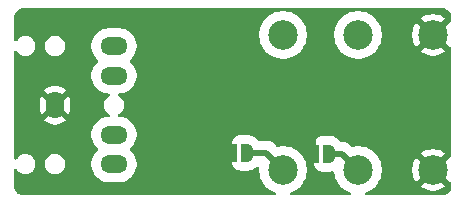
<source format=gbr>
%TF.GenerationSoftware,KiCad,Pcbnew,9.0.2*%
%TF.CreationDate,2025-08-14T21:49:20-07:00*%
%TF.ProjectId,natsys_conn1,6e617473-7973-45f6-936f-6e6e312e6b69,rev?*%
%TF.SameCoordinates,Original*%
%TF.FileFunction,Copper,L2,Bot*%
%TF.FilePolarity,Positive*%
%FSLAX46Y46*%
G04 Gerber Fmt 4.6, Leading zero omitted, Abs format (unit mm)*
G04 Created by KiCad (PCBNEW 9.0.2) date 2025-08-14 21:49:20*
%MOMM*%
%LPD*%
G01*
G04 APERTURE LIST*
G04 Aperture macros list*
%AMFreePoly0*
4,1,23,0.500000,-0.750000,0.000000,-0.750000,0.000000,-0.745722,-0.065263,-0.745722,-0.191342,-0.711940,-0.304381,-0.646677,-0.396677,-0.554381,-0.461940,-0.441342,-0.495722,-0.315263,-0.495722,-0.250000,-0.500000,-0.250000,-0.500000,0.250000,-0.495722,0.250000,-0.495722,0.315263,-0.461940,0.441342,-0.396677,0.554381,-0.304381,0.646677,-0.191342,0.711940,-0.065263,0.745722,0.000000,0.745722,
0.000000,0.750000,0.500000,0.750000,0.500000,-0.750000,0.500000,-0.750000,$1*%
%AMFreePoly1*
4,1,23,0.000000,0.745722,0.065263,0.745722,0.191342,0.711940,0.304381,0.646677,0.396677,0.554381,0.461940,0.441342,0.495722,0.315263,0.495722,0.250000,0.500000,0.250000,0.500000,-0.250000,0.495722,-0.250000,0.495722,-0.315263,0.461940,-0.441342,0.396677,-0.554381,0.304381,-0.646677,0.191342,-0.711940,0.065263,-0.745722,0.000000,-0.745722,0.000000,-0.750000,-0.500000,-0.750000,
-0.500000,0.750000,0.000000,0.750000,0.000000,0.745722,0.000000,0.745722,$1*%
G04 Aperture macros list end*
%TA.AperFunction,ComponentPad*%
%ADD10O,2.300000X1.500000*%
%TD*%
%TA.AperFunction,ComponentPad*%
%ADD11O,1.500000X2.300000*%
%TD*%
%TA.AperFunction,ComponentPad*%
%ADD12C,2.500000*%
%TD*%
%TA.AperFunction,SMDPad,CuDef*%
%ADD13FreePoly0,0.000000*%
%TD*%
%TA.AperFunction,SMDPad,CuDef*%
%ADD14FreePoly1,0.000000*%
%TD*%
%TA.AperFunction,ViaPad*%
%ADD15C,0.600000*%
%TD*%
%TA.AperFunction,Conductor*%
%ADD16C,0.508000*%
%TD*%
G04 APERTURE END LIST*
D10*
%TO.P,J2,10*%
%TO.N,N/C*%
X132811800Y-97623000D03*
%TO.P,J2,11*%
X132811800Y-92623000D03*
%TO.P,J2,R*%
%TO.N,RING1*%
X132811800Y-90123000D03*
D11*
%TO.P,J2,S*%
%TO.N,SLEEVE1*%
X127811800Y-95123000D03*
D10*
%TO.P,J2,T*%
%TO.N,TIP1*%
X132811800Y-100123000D03*
%TD*%
D12*
%TO.P,J3,R*%
%TO.N,RING1*%
X153466800Y-89179400D03*
%TO.P,J3,RN*%
%TO.N,Net-(J3-R)*%
X153466800Y-100609400D03*
%TO.P,J3,S*%
%TO.N,SLEEVE1*%
X159816800Y-89179400D03*
X159816800Y-100609400D03*
%TO.P,J3,T*%
%TO.N,TIP1*%
X147116800Y-89179400D03*
%TO.P,J3,TN*%
%TO.N,Net-(J3-T)*%
X147116800Y-100609400D03*
%TD*%
D13*
%TO.P,JP2,1,A*%
%TO.N,SLEEVE1*%
X149677600Y-99237800D03*
D14*
%TO.P,JP2,2,B*%
%TO.N,Net-(J3-R)*%
X150977600Y-99237800D03*
%TD*%
D13*
%TO.P,JP1,1,A*%
%TO.N,SLEEVE1*%
X142743400Y-99161600D03*
D14*
%TO.P,JP1,2,B*%
%TO.N,Net-(J3-T)*%
X144043400Y-99161600D03*
%TD*%
D15*
%TO.N,SLEEVE1*%
X149682200Y-97688400D03*
X141046200Y-99136200D03*
%TD*%
D16*
%TO.N,SLEEVE1*%
X149677600Y-99237800D02*
X149677600Y-97693000D01*
X141071600Y-99161600D02*
X141046200Y-99136200D01*
X142743400Y-99161600D02*
X141071600Y-99161600D01*
X149677600Y-97693000D02*
X149682200Y-97688400D01*
%TO.N,Net-(J3-R)*%
X152095200Y-99237800D02*
X153466800Y-100609400D01*
X150977600Y-99237800D02*
X152095200Y-99237800D01*
%TO.N,Net-(J3-T)*%
X144043400Y-99161600D02*
X145669000Y-99161600D01*
X145669000Y-99161600D02*
X147116800Y-100609400D01*
%TD*%
%TA.AperFunction,Conductor*%
%TO.N,SLEEVE1*%
G36*
X160610362Y-86911906D02*
G01*
X160741978Y-86924870D01*
X160766192Y-86929686D01*
X160886799Y-86966272D01*
X160909618Y-86975724D01*
X161020765Y-87035133D01*
X161041301Y-87048854D01*
X161138727Y-87128809D01*
X161156192Y-87146274D01*
X161236144Y-87243697D01*
X161249866Y-87264234D01*
X161309275Y-87375381D01*
X161318727Y-87398201D01*
X161355311Y-87518801D01*
X161360130Y-87543026D01*
X161373093Y-87674636D01*
X161373700Y-87686987D01*
X161373700Y-88006984D01*
X161353698Y-88075105D01*
X161300042Y-88121598D01*
X161239459Y-88132714D01*
X161218417Y-88131334D01*
X160494377Y-88855373D01*
X160481441Y-88824142D01*
X160399363Y-88701303D01*
X160294897Y-88596837D01*
X160172058Y-88514759D01*
X160140824Y-88501821D01*
X160864864Y-87777782D01*
X160864863Y-87777780D01*
X160791135Y-87721206D01*
X160592478Y-87606511D01*
X160592467Y-87606506D01*
X160380525Y-87518717D01*
X160380521Y-87518715D01*
X160158933Y-87459341D01*
X159931503Y-87429400D01*
X159702096Y-87429400D01*
X159474666Y-87459341D01*
X159253078Y-87518715D01*
X159253074Y-87518717D01*
X159041132Y-87606506D01*
X159041121Y-87606511D01*
X158842465Y-87721205D01*
X158768735Y-87777780D01*
X158768734Y-87777781D01*
X159492774Y-88501821D01*
X159461542Y-88514759D01*
X159338703Y-88596837D01*
X159234237Y-88701303D01*
X159152159Y-88824142D01*
X159139221Y-88855374D01*
X158415181Y-88131334D01*
X158415180Y-88131335D01*
X158358605Y-88205065D01*
X158243911Y-88403721D01*
X158243906Y-88403732D01*
X158156117Y-88615674D01*
X158156115Y-88615678D01*
X158096741Y-88837266D01*
X158066800Y-89064696D01*
X158066800Y-89294103D01*
X158096741Y-89521533D01*
X158156115Y-89743121D01*
X158156117Y-89743125D01*
X158243906Y-89955067D01*
X158243911Y-89955078D01*
X158358606Y-90153735D01*
X158415180Y-90227463D01*
X158415182Y-90227464D01*
X159139221Y-89503424D01*
X159152159Y-89534658D01*
X159234237Y-89657497D01*
X159338703Y-89761963D01*
X159461542Y-89844041D01*
X159492774Y-89856978D01*
X158768734Y-90581017D01*
X158768735Y-90581018D01*
X158842463Y-90637592D01*
X158842469Y-90637596D01*
X159041121Y-90752288D01*
X159041132Y-90752293D01*
X159253074Y-90840082D01*
X159253078Y-90840084D01*
X159474666Y-90899458D01*
X159702096Y-90929399D01*
X159702106Y-90929400D01*
X159931494Y-90929400D01*
X159931503Y-90929399D01*
X160158933Y-90899458D01*
X160380521Y-90840084D01*
X160380525Y-90840082D01*
X160592467Y-90752293D01*
X160592478Y-90752288D01*
X160791130Y-90637596D01*
X160791136Y-90637592D01*
X160864864Y-90581018D01*
X160864864Y-90581017D01*
X160140825Y-89856978D01*
X160172058Y-89844041D01*
X160294897Y-89761963D01*
X160399363Y-89657497D01*
X160481441Y-89534658D01*
X160494378Y-89503425D01*
X161218417Y-90227464D01*
X161239459Y-90226085D01*
X161308742Y-90241589D01*
X161358645Y-90292089D01*
X161373700Y-90351815D01*
X161373700Y-99436984D01*
X161353698Y-99505105D01*
X161300042Y-99551598D01*
X161239459Y-99562714D01*
X161218417Y-99561334D01*
X160494377Y-100285373D01*
X160481441Y-100254142D01*
X160399363Y-100131303D01*
X160294897Y-100026837D01*
X160172058Y-99944759D01*
X160140824Y-99931821D01*
X160864864Y-99207782D01*
X160864863Y-99207780D01*
X160791135Y-99151206D01*
X160592478Y-99036511D01*
X160592467Y-99036506D01*
X160380525Y-98948717D01*
X160380521Y-98948715D01*
X160158933Y-98889341D01*
X159931503Y-98859400D01*
X159702096Y-98859400D01*
X159474666Y-98889341D01*
X159253078Y-98948715D01*
X159253074Y-98948717D01*
X159041132Y-99036506D01*
X159041121Y-99036511D01*
X158842465Y-99151205D01*
X158768735Y-99207780D01*
X158768734Y-99207781D01*
X159492774Y-99931821D01*
X159461542Y-99944759D01*
X159338703Y-100026837D01*
X159234237Y-100131303D01*
X159152159Y-100254142D01*
X159139221Y-100285374D01*
X158415181Y-99561334D01*
X158415180Y-99561335D01*
X158358605Y-99635065D01*
X158243911Y-99833721D01*
X158243906Y-99833732D01*
X158156117Y-100045674D01*
X158156115Y-100045678D01*
X158096741Y-100267266D01*
X158066800Y-100494696D01*
X158066800Y-100724103D01*
X158096741Y-100951533D01*
X158156115Y-101173121D01*
X158156117Y-101173125D01*
X158243906Y-101385067D01*
X158243911Y-101385078D01*
X158358606Y-101583735D01*
X158415180Y-101657463D01*
X158415182Y-101657464D01*
X159139221Y-100933424D01*
X159152159Y-100964658D01*
X159234237Y-101087497D01*
X159338703Y-101191963D01*
X159461542Y-101274041D01*
X159492774Y-101286978D01*
X158768734Y-102011017D01*
X158768735Y-102011018D01*
X158842463Y-102067592D01*
X158842469Y-102067596D01*
X159041121Y-102182288D01*
X159041132Y-102182293D01*
X159253074Y-102270082D01*
X159253078Y-102270084D01*
X159474666Y-102329458D01*
X159702096Y-102359399D01*
X159702106Y-102359400D01*
X159931494Y-102359400D01*
X159931503Y-102359399D01*
X160158933Y-102329458D01*
X160380521Y-102270084D01*
X160380525Y-102270082D01*
X160592467Y-102182293D01*
X160592478Y-102182288D01*
X160791130Y-102067596D01*
X160791136Y-102067592D01*
X160864864Y-102011018D01*
X160864864Y-102011017D01*
X160140825Y-101286978D01*
X160172058Y-101274041D01*
X160294897Y-101191963D01*
X160399363Y-101087497D01*
X160481441Y-100964658D01*
X160494378Y-100933425D01*
X161218417Y-101657464D01*
X161239459Y-101656085D01*
X161252450Y-101658992D01*
X161265632Y-101657097D01*
X161286432Y-101666596D01*
X161308742Y-101671589D01*
X161318100Y-101681059D01*
X161330212Y-101686591D01*
X161342572Y-101705824D01*
X161358645Y-101722089D01*
X161362271Y-101736475D01*
X161368596Y-101746317D01*
X161373700Y-101781815D01*
X161373700Y-101974812D01*
X161373093Y-101987163D01*
X161360130Y-102118773D01*
X161355311Y-102142998D01*
X161318727Y-102263598D01*
X161309275Y-102286418D01*
X161249866Y-102397565D01*
X161236144Y-102418102D01*
X161156192Y-102515525D01*
X161138725Y-102532992D01*
X161041302Y-102612944D01*
X161020765Y-102626666D01*
X160909618Y-102686075D01*
X160886798Y-102695527D01*
X160766198Y-102732111D01*
X160741973Y-102736930D01*
X160646830Y-102746301D01*
X160610361Y-102749893D01*
X160598013Y-102750500D01*
X154190087Y-102750500D01*
X154121966Y-102730498D01*
X154075473Y-102676842D01*
X154065369Y-102606568D01*
X154094863Y-102541988D01*
X154141866Y-102508092D01*
X154358816Y-102418229D01*
X154587284Y-102286323D01*
X154796581Y-102125724D01*
X154983124Y-101939181D01*
X155143723Y-101729884D01*
X155275629Y-101501416D01*
X155376586Y-101257685D01*
X155444865Y-101002862D01*
X155479300Y-100741306D01*
X155479300Y-100477494D01*
X155444865Y-100215938D01*
X155376586Y-99961115D01*
X155275629Y-99717384D01*
X155275623Y-99717375D01*
X155275622Y-99717371D01*
X155143725Y-99488919D01*
X155123359Y-99462378D01*
X154983124Y-99279619D01*
X154983118Y-99279613D01*
X154983114Y-99279608D01*
X154796591Y-99093085D01*
X154796585Y-99093080D01*
X154796581Y-99093076D01*
X154587284Y-98932477D01*
X154587283Y-98932476D01*
X154587280Y-98932474D01*
X154358828Y-98800577D01*
X154358820Y-98800573D01*
X154358816Y-98800571D01*
X154115085Y-98699614D01*
X153860262Y-98631335D01*
X153860260Y-98631334D01*
X153860254Y-98631333D01*
X153598708Y-98596900D01*
X153598706Y-98596900D01*
X153334894Y-98596900D01*
X153334891Y-98596900D01*
X153073340Y-98631334D01*
X153073336Y-98631334D01*
X153027622Y-98643583D01*
X152956646Y-98641892D01*
X152905920Y-98610972D01*
X152743181Y-98448233D01*
X152576693Y-98336990D01*
X152460039Y-98288670D01*
X152391705Y-98260365D01*
X152391702Y-98260364D01*
X152195319Y-98221300D01*
X152195316Y-98221300D01*
X152047440Y-98221300D01*
X151979319Y-98201298D01*
X151948930Y-98173860D01*
X151920404Y-98138090D01*
X151920403Y-98138089D01*
X151879974Y-98097660D01*
X151827311Y-98044997D01*
X151806640Y-98025084D01*
X151806636Y-98025080D01*
X151668359Y-97923027D01*
X151668350Y-97923021D01*
X151603707Y-97885700D01*
X151554343Y-97857200D01*
X151529225Y-97843318D01*
X151500910Y-97832205D01*
X151369240Y-97780527D01*
X151292646Y-97760004D01*
X151242073Y-97746453D01*
X151224247Y-97742032D01*
X151214209Y-97739542D01*
X151043428Y-97720300D01*
X151043426Y-97720300D01*
X150477600Y-97720300D01*
X150477599Y-97720300D01*
X150452757Y-97723099D01*
X150306815Y-97739543D01*
X150306812Y-97739543D01*
X150306812Y-97739544D01*
X150144594Y-97796305D01*
X150047684Y-97857199D01*
X149999072Y-97887744D01*
X149999070Y-97887745D01*
X149999068Y-97887747D01*
X149999067Y-97887747D01*
X149877547Y-98009267D01*
X149877547Y-98009268D01*
X149877545Y-98009270D01*
X149877544Y-98009272D01*
X149847614Y-98056903D01*
X149786105Y-98154794D01*
X149729344Y-98317012D01*
X149729343Y-98317015D01*
X149710100Y-98487800D01*
X149710100Y-99987800D01*
X149729343Y-100158585D01*
X149729344Y-100158587D01*
X149786105Y-100320805D01*
X149807217Y-100354404D01*
X149877544Y-100466328D01*
X149877547Y-100466331D01*
X149877547Y-100466332D01*
X149999067Y-100587852D01*
X149999069Y-100587853D01*
X149999072Y-100587856D01*
X150144594Y-100679294D01*
X150306815Y-100736057D01*
X150459841Y-100753299D01*
X150477599Y-100755300D01*
X150477600Y-100755300D01*
X151043425Y-100755300D01*
X151043426Y-100755300D01*
X151072128Y-100754763D01*
X151242073Y-100729147D01*
X151306744Y-100711818D01*
X151377716Y-100713506D01*
X151436513Y-100753299D01*
X151464275Y-100817077D01*
X151488733Y-101002855D01*
X151488735Y-101002862D01*
X151557014Y-101257685D01*
X151657971Y-101501416D01*
X151657972Y-101501417D01*
X151657977Y-101501428D01*
X151789874Y-101729880D01*
X151789876Y-101729883D01*
X151789877Y-101729884D01*
X151950476Y-101939181D01*
X151950480Y-101939185D01*
X151950485Y-101939191D01*
X152137008Y-102125714D01*
X152137013Y-102125718D01*
X152137019Y-102125724D01*
X152325153Y-102270084D01*
X152346319Y-102286325D01*
X152574771Y-102418222D01*
X152574775Y-102418223D01*
X152574784Y-102418229D01*
X152791732Y-102508092D01*
X152847012Y-102552639D01*
X152869433Y-102620003D01*
X152851875Y-102688794D01*
X152799913Y-102737172D01*
X152743513Y-102750500D01*
X147840087Y-102750500D01*
X147771966Y-102730498D01*
X147725473Y-102676842D01*
X147715369Y-102606568D01*
X147744863Y-102541988D01*
X147791866Y-102508092D01*
X148008816Y-102418229D01*
X148237284Y-102286323D01*
X148446581Y-102125724D01*
X148633124Y-101939181D01*
X148793723Y-101729884D01*
X148925629Y-101501416D01*
X149026586Y-101257685D01*
X149094865Y-101002862D01*
X149129300Y-100741306D01*
X149129300Y-100477494D01*
X149094865Y-100215938D01*
X149026586Y-99961115D01*
X148925629Y-99717384D01*
X148925623Y-99717375D01*
X148925622Y-99717371D01*
X148793725Y-99488919D01*
X148793723Y-99488916D01*
X148633124Y-99279619D01*
X148633118Y-99279613D01*
X148633114Y-99279608D01*
X148446591Y-99093085D01*
X148446585Y-99093080D01*
X148446581Y-99093076D01*
X148237284Y-98932477D01*
X148237283Y-98932476D01*
X148237280Y-98932474D01*
X148008828Y-98800577D01*
X148008820Y-98800573D01*
X148008816Y-98800571D01*
X147765085Y-98699614D01*
X147510262Y-98631335D01*
X147510260Y-98631334D01*
X147510254Y-98631333D01*
X147248708Y-98596900D01*
X147248706Y-98596900D01*
X146984894Y-98596900D01*
X146984891Y-98596900D01*
X146723340Y-98631334D01*
X146723336Y-98631334D01*
X146677622Y-98643583D01*
X146606646Y-98641892D01*
X146555920Y-98610972D01*
X146316981Y-98372033D01*
X146150493Y-98260790D01*
X146006867Y-98201298D01*
X145965505Y-98184165D01*
X145965502Y-98184164D01*
X145769119Y-98145100D01*
X145769116Y-98145100D01*
X145113240Y-98145100D01*
X145045119Y-98125098D01*
X145014730Y-98097660D01*
X144986204Y-98061890D01*
X144986203Y-98061889D01*
X144949394Y-98025080D01*
X144893111Y-97968797D01*
X144872440Y-97948884D01*
X144872436Y-97948880D01*
X144734159Y-97846827D01*
X144734150Y-97846821D01*
X144669507Y-97809500D01*
X144620143Y-97781000D01*
X144595025Y-97767118D01*
X144531118Y-97742036D01*
X144435040Y-97704327D01*
X144358446Y-97683804D01*
X144307873Y-97670253D01*
X144291121Y-97666098D01*
X144280009Y-97663342D01*
X144109228Y-97644100D01*
X144109226Y-97644100D01*
X143543400Y-97644100D01*
X143543399Y-97644100D01*
X143518557Y-97646899D01*
X143372615Y-97663343D01*
X143372612Y-97663343D01*
X143372612Y-97663344D01*
X143210394Y-97720105D01*
X143114235Y-97780527D01*
X143064872Y-97811544D01*
X143064870Y-97811545D01*
X143064868Y-97811547D01*
X143064867Y-97811547D01*
X142943347Y-97933067D01*
X142943347Y-97933068D01*
X142943345Y-97933070D01*
X142943344Y-97933072D01*
X142915630Y-97977178D01*
X142851905Y-98078594D01*
X142795144Y-98240812D01*
X142795143Y-98240815D01*
X142775900Y-98411600D01*
X142775900Y-99911600D01*
X142795143Y-100082385D01*
X142795144Y-100082387D01*
X142851905Y-100244605D01*
X142866144Y-100267266D01*
X142943344Y-100390128D01*
X142943347Y-100390131D01*
X142943347Y-100390132D01*
X143064867Y-100511652D01*
X143064869Y-100511653D01*
X143064872Y-100511656D01*
X143210394Y-100603094D01*
X143372615Y-100659857D01*
X143531820Y-100677795D01*
X143543399Y-100679100D01*
X143543400Y-100679100D01*
X144109225Y-100679100D01*
X144109226Y-100679100D01*
X144137928Y-100678563D01*
X144307873Y-100652947D01*
X144435040Y-100618872D01*
X144462618Y-100610927D01*
X144620143Y-100542200D01*
X144734157Y-100476374D01*
X144758742Y-100461560D01*
X144893111Y-100354403D01*
X144893118Y-100354395D01*
X144895751Y-100352044D01*
X144896469Y-100352848D01*
X144954794Y-100320981D01*
X145025611Y-100326027D01*
X145082458Y-100368559D01*
X145107287Y-100435072D01*
X145106532Y-100460538D01*
X145104300Y-100477486D01*
X145104300Y-100741308D01*
X145138733Y-101002854D01*
X145138734Y-101002860D01*
X145138735Y-101002862D01*
X145207014Y-101257685D01*
X145307971Y-101501416D01*
X145307972Y-101501417D01*
X145307977Y-101501428D01*
X145439874Y-101729880D01*
X145439876Y-101729883D01*
X145439877Y-101729884D01*
X145600476Y-101939181D01*
X145600480Y-101939185D01*
X145600485Y-101939191D01*
X145787008Y-102125714D01*
X145787013Y-102125718D01*
X145787019Y-102125724D01*
X145975153Y-102270084D01*
X145996319Y-102286325D01*
X146224771Y-102418222D01*
X146224775Y-102418223D01*
X146224784Y-102418229D01*
X146441732Y-102508092D01*
X146497012Y-102552639D01*
X146519433Y-102620003D01*
X146501875Y-102688794D01*
X146449913Y-102737172D01*
X146393513Y-102750500D01*
X125126587Y-102750500D01*
X125114238Y-102749893D01*
X125066053Y-102745147D01*
X124982626Y-102736930D01*
X124958401Y-102732111D01*
X124837801Y-102695527D01*
X124814981Y-102686075D01*
X124703834Y-102626666D01*
X124683297Y-102612944D01*
X124585874Y-102532992D01*
X124568407Y-102515525D01*
X124562306Y-102508091D01*
X124488454Y-102418101D01*
X124474733Y-102397565D01*
X124454333Y-102359400D01*
X124415323Y-102286416D01*
X124405872Y-102263598D01*
X124369286Y-102142992D01*
X124364470Y-102118778D01*
X124351507Y-101987162D01*
X124350900Y-101974812D01*
X124350900Y-100631136D01*
X124370902Y-100563015D01*
X124424558Y-100516522D01*
X124494832Y-100506418D01*
X124559412Y-100535912D01*
X124581662Y-100561131D01*
X124613914Y-100609398D01*
X124651173Y-100665161D01*
X124651178Y-100665167D01*
X124769632Y-100783621D01*
X124769638Y-100783626D01*
X124908937Y-100876703D01*
X125063718Y-100940816D01*
X125228033Y-100973500D01*
X125228034Y-100973500D01*
X125395566Y-100973500D01*
X125395567Y-100973500D01*
X125559882Y-100940816D01*
X125714663Y-100876703D01*
X125853962Y-100783626D01*
X125972426Y-100665162D01*
X126065503Y-100525863D01*
X126129616Y-100371082D01*
X126162300Y-100206767D01*
X126162300Y-100039233D01*
X126162299Y-100039230D01*
X126961300Y-100039230D01*
X126961300Y-100206769D01*
X126970723Y-100254142D01*
X126993984Y-100371082D01*
X127058097Y-100525863D01*
X127082921Y-100563015D01*
X127151173Y-100665161D01*
X127151178Y-100665167D01*
X127269632Y-100783621D01*
X127269638Y-100783626D01*
X127408937Y-100876703D01*
X127563718Y-100940816D01*
X127728033Y-100973500D01*
X127728034Y-100973500D01*
X127895566Y-100973500D01*
X127895567Y-100973500D01*
X128059882Y-100940816D01*
X128214663Y-100876703D01*
X128353962Y-100783626D01*
X128472426Y-100665162D01*
X128565503Y-100525863D01*
X128629616Y-100371082D01*
X128662300Y-100206767D01*
X128662300Y-100039233D01*
X128629616Y-99874918D01*
X128565503Y-99720137D01*
X128472426Y-99580838D01*
X128472421Y-99580832D01*
X128353967Y-99462378D01*
X128353961Y-99462373D01*
X128214664Y-99369298D01*
X128214665Y-99369298D01*
X128214663Y-99369297D01*
X128105220Y-99323964D01*
X128059885Y-99305185D01*
X128059883Y-99305184D01*
X128059882Y-99305184D01*
X127977168Y-99288731D01*
X127895569Y-99272500D01*
X127895567Y-99272500D01*
X127728033Y-99272500D01*
X127728030Y-99272500D01*
X127605630Y-99296847D01*
X127563718Y-99305184D01*
X127563717Y-99305184D01*
X127563714Y-99305185D01*
X127408935Y-99369298D01*
X127269638Y-99462373D01*
X127269632Y-99462378D01*
X127151178Y-99580832D01*
X127151173Y-99580838D01*
X127058098Y-99720135D01*
X126993985Y-99874914D01*
X126961300Y-100039230D01*
X126162299Y-100039230D01*
X126129616Y-99874918D01*
X126065503Y-99720137D01*
X125972426Y-99580838D01*
X125972421Y-99580832D01*
X125853967Y-99462378D01*
X125853961Y-99462373D01*
X125714664Y-99369298D01*
X125714665Y-99369298D01*
X125714663Y-99369297D01*
X125605220Y-99323964D01*
X125559885Y-99305185D01*
X125559883Y-99305184D01*
X125559882Y-99305184D01*
X125477168Y-99288731D01*
X125395569Y-99272500D01*
X125395567Y-99272500D01*
X125228033Y-99272500D01*
X125228030Y-99272500D01*
X125105630Y-99296847D01*
X125063718Y-99305184D01*
X125063717Y-99305184D01*
X125063714Y-99305185D01*
X124908935Y-99369298D01*
X124769638Y-99462373D01*
X124769632Y-99462378D01*
X124651178Y-99580832D01*
X124651173Y-99580838D01*
X124581665Y-99684865D01*
X124527188Y-99730393D01*
X124456745Y-99739241D01*
X124392701Y-99708599D01*
X124355389Y-99648198D01*
X124350900Y-99614863D01*
X124350900Y-94624626D01*
X126561800Y-94624626D01*
X126561800Y-95621373D01*
X126592580Y-95815714D01*
X126634994Y-95946251D01*
X126634995Y-95946251D01*
X127411800Y-95169446D01*
X127411800Y-95525661D01*
X127439059Y-95627394D01*
X127491720Y-95718606D01*
X127530732Y-95757618D01*
X126904693Y-96383658D01*
X126904693Y-96383660D01*
X126997473Y-96476440D01*
X127156659Y-96592097D01*
X127331965Y-96681419D01*
X127519087Y-96742219D01*
X127713426Y-96773000D01*
X127910174Y-96773000D01*
X128104512Y-96742219D01*
X128291634Y-96681419D01*
X128466940Y-96592097D01*
X128626126Y-96476440D01*
X128718907Y-96383660D01*
X128718907Y-96383658D01*
X128092867Y-95757618D01*
X128131880Y-95718606D01*
X128184541Y-95627394D01*
X128211800Y-95525661D01*
X128211800Y-95169449D01*
X128988602Y-95946251D01*
X128988603Y-95946251D01*
X129031019Y-95815712D01*
X129061800Y-95621373D01*
X129061800Y-94624626D01*
X129031019Y-94430287D01*
X128988603Y-94299747D01*
X128211800Y-95076550D01*
X128211800Y-94720339D01*
X128184541Y-94618606D01*
X128131880Y-94527394D01*
X128092867Y-94488381D01*
X128718907Y-93862342D01*
X128718907Y-93862340D01*
X128626126Y-93769559D01*
X128466940Y-93653902D01*
X128291634Y-93564580D01*
X128104512Y-93503780D01*
X127910174Y-93473000D01*
X127713426Y-93473000D01*
X127519087Y-93503780D01*
X127331965Y-93564580D01*
X127156659Y-93653902D01*
X126997473Y-93769559D01*
X126904693Y-93862340D01*
X126904693Y-93862342D01*
X127530732Y-94488381D01*
X127491720Y-94527394D01*
X127439059Y-94618606D01*
X127411800Y-94720339D01*
X127411800Y-95076551D01*
X126634996Y-94299747D01*
X126634994Y-94299747D01*
X126592580Y-94430285D01*
X126561800Y-94624626D01*
X124350900Y-94624626D01*
X124350900Y-90631136D01*
X124370902Y-90563015D01*
X124424558Y-90516522D01*
X124494832Y-90506418D01*
X124559412Y-90535912D01*
X124581662Y-90561131D01*
X124594950Y-90581017D01*
X124651173Y-90665161D01*
X124651178Y-90665167D01*
X124769632Y-90783621D01*
X124769638Y-90783626D01*
X124908937Y-90876703D01*
X125063718Y-90940816D01*
X125228033Y-90973500D01*
X125228034Y-90973500D01*
X125395566Y-90973500D01*
X125395567Y-90973500D01*
X125559882Y-90940816D01*
X125714663Y-90876703D01*
X125853962Y-90783626D01*
X125972426Y-90665162D01*
X126065503Y-90525863D01*
X126129616Y-90371082D01*
X126162300Y-90206767D01*
X126162300Y-90039233D01*
X126162299Y-90039230D01*
X126961300Y-90039230D01*
X126961300Y-90206769D01*
X126968315Y-90242036D01*
X126993984Y-90371082D01*
X127058097Y-90525863D01*
X127082921Y-90563015D01*
X127151173Y-90665161D01*
X127151178Y-90665167D01*
X127269632Y-90783621D01*
X127269638Y-90783626D01*
X127408937Y-90876703D01*
X127563718Y-90940816D01*
X127728033Y-90973500D01*
X127728034Y-90973500D01*
X127895566Y-90973500D01*
X127895567Y-90973500D01*
X128059882Y-90940816D01*
X128214663Y-90876703D01*
X128353962Y-90783626D01*
X128472426Y-90665162D01*
X128565503Y-90525863D01*
X128629616Y-90371082D01*
X128662300Y-90206767D01*
X128662300Y-90039233D01*
X128662298Y-90039222D01*
X128659191Y-90023599D01*
X128659190Y-90023595D01*
X128655285Y-90003964D01*
X130899300Y-90003964D01*
X130899300Y-90242036D01*
X130933124Y-90455589D01*
X130936544Y-90477183D01*
X131007549Y-90695714D01*
X131010111Y-90703599D01*
X131118194Y-90915723D01*
X131258130Y-91108328D01*
X131258132Y-91108330D01*
X131258134Y-91108333D01*
X131426462Y-91276661D01*
X131426468Y-91276666D01*
X131426472Y-91276670D01*
X131426475Y-91276672D01*
X131427079Y-91277188D01*
X131427248Y-91277447D01*
X131429972Y-91280171D01*
X131429399Y-91280743D01*
X131465888Y-91336639D01*
X131466396Y-91407634D01*
X131429732Y-91465589D01*
X131429972Y-91465829D01*
X131428906Y-91466894D01*
X131428440Y-91467632D01*
X131427079Y-91468812D01*
X131426462Y-91469338D01*
X131258134Y-91637666D01*
X131258132Y-91637669D01*
X131118196Y-91830273D01*
X131010112Y-92042399D01*
X131010109Y-92042405D01*
X130936544Y-92268816D01*
X130936543Y-92268821D01*
X130936543Y-92268822D01*
X130899300Y-92503964D01*
X130899300Y-92742036D01*
X130936543Y-92977178D01*
X130936544Y-92977183D01*
X131010109Y-93203594D01*
X131010111Y-93203599D01*
X131118194Y-93415723D01*
X131258130Y-93608328D01*
X131258132Y-93608330D01*
X131258134Y-93608333D01*
X131426466Y-93776665D01*
X131426469Y-93776667D01*
X131426472Y-93776670D01*
X131619077Y-93916606D01*
X131831201Y-94024689D01*
X132057616Y-94098255D01*
X132057617Y-94098255D01*
X132057622Y-94098257D01*
X132292764Y-94135500D01*
X132292767Y-94135500D01*
X132343473Y-94135500D01*
X132411594Y-94155502D01*
X132458087Y-94209158D01*
X132468191Y-94279432D01*
X132438697Y-94344012D01*
X132413475Y-94366265D01*
X132269638Y-94462373D01*
X132269632Y-94462378D01*
X132151178Y-94580832D01*
X132151173Y-94580838D01*
X132058098Y-94720135D01*
X131993985Y-94874914D01*
X131961300Y-95039230D01*
X131961300Y-95039233D01*
X131961300Y-95206767D01*
X131993984Y-95371082D01*
X132058097Y-95525863D01*
X132058098Y-95525864D01*
X132151173Y-95665161D01*
X132151178Y-95665167D01*
X132269632Y-95783621D01*
X132269638Y-95783626D01*
X132413475Y-95879735D01*
X132459003Y-95934212D01*
X132467851Y-96004655D01*
X132437209Y-96068699D01*
X132376808Y-96106010D01*
X132343473Y-96110500D01*
X132292764Y-96110500D01*
X132057622Y-96147743D01*
X132057616Y-96147744D01*
X131831205Y-96221309D01*
X131831199Y-96221312D01*
X131619073Y-96329396D01*
X131426469Y-96469332D01*
X131426466Y-96469334D01*
X131258134Y-96637666D01*
X131258132Y-96637669D01*
X131118196Y-96830273D01*
X131010112Y-97042399D01*
X131010109Y-97042405D01*
X130936544Y-97268816D01*
X130936543Y-97268821D01*
X130936543Y-97268822D01*
X130899300Y-97503964D01*
X130899300Y-97742036D01*
X130935216Y-97968797D01*
X130936544Y-97977183D01*
X131009363Y-98201298D01*
X131010111Y-98203599D01*
X131118194Y-98415723D01*
X131258130Y-98608328D01*
X131258132Y-98608330D01*
X131258134Y-98608333D01*
X131426462Y-98776661D01*
X131426468Y-98776666D01*
X131426472Y-98776670D01*
X131426475Y-98776672D01*
X131427079Y-98777188D01*
X131427248Y-98777447D01*
X131429972Y-98780171D01*
X131429399Y-98780743D01*
X131465888Y-98836639D01*
X131466396Y-98907634D01*
X131429732Y-98965589D01*
X131429972Y-98965829D01*
X131428906Y-98966894D01*
X131428440Y-98967632D01*
X131427079Y-98968812D01*
X131426462Y-98969338D01*
X131258134Y-99137666D01*
X131258132Y-99137669D01*
X131118196Y-99330273D01*
X131010112Y-99542399D01*
X131010109Y-99542405D01*
X130936544Y-99768816D01*
X130936543Y-99768821D01*
X130936543Y-99768822D01*
X130899300Y-100003964D01*
X130899300Y-100242036D01*
X130934070Y-100461564D01*
X130936544Y-100477183D01*
X131003505Y-100683269D01*
X131010111Y-100703599D01*
X131118194Y-100915723D01*
X131118196Y-100915726D01*
X131152509Y-100962954D01*
X131258130Y-101108328D01*
X131258132Y-101108330D01*
X131258134Y-101108333D01*
X131426466Y-101276665D01*
X131426469Y-101276667D01*
X131426472Y-101276670D01*
X131619077Y-101416606D01*
X131831201Y-101524689D01*
X132057616Y-101598255D01*
X132057617Y-101598255D01*
X132057622Y-101598257D01*
X132292764Y-101635500D01*
X132292767Y-101635500D01*
X133330833Y-101635500D01*
X133330836Y-101635500D01*
X133565978Y-101598257D01*
X133792399Y-101524689D01*
X134004523Y-101416606D01*
X134197128Y-101276670D01*
X134365470Y-101108328D01*
X134505406Y-100915723D01*
X134613489Y-100703599D01*
X134687057Y-100477178D01*
X134724300Y-100242036D01*
X134724300Y-100003964D01*
X134687057Y-99768822D01*
X134613489Y-99542401D01*
X134505406Y-99330277D01*
X134365470Y-99137672D01*
X134365467Y-99137669D01*
X134365465Y-99137666D01*
X134197140Y-98969341D01*
X134197133Y-98969335D01*
X134197128Y-98969330D01*
X134197122Y-98969325D01*
X134196531Y-98968821D01*
X134196363Y-98968564D01*
X134193628Y-98965829D01*
X134194202Y-98965254D01*
X134157715Y-98909375D01*
X134157199Y-98838380D01*
X134193864Y-98780407D01*
X134193628Y-98780171D01*
X134194679Y-98779119D01*
X134195149Y-98778377D01*
X134196531Y-98777179D01*
X134197114Y-98776679D01*
X134197128Y-98776670D01*
X134365470Y-98608328D01*
X134505406Y-98415723D01*
X134613489Y-98203599D01*
X134687057Y-97977178D01*
X134724300Y-97742036D01*
X134724300Y-97503964D01*
X134687057Y-97268822D01*
X134613489Y-97042401D01*
X134505406Y-96830277D01*
X134365470Y-96637672D01*
X134365467Y-96637669D01*
X134365465Y-96637666D01*
X134197133Y-96469334D01*
X134197130Y-96469332D01*
X134197128Y-96469330D01*
X134004523Y-96329394D01*
X133792399Y-96221311D01*
X133792396Y-96221310D01*
X133792394Y-96221309D01*
X133565982Y-96147744D01*
X133565985Y-96147744D01*
X133522206Y-96140810D01*
X133330836Y-96110500D01*
X133280127Y-96110500D01*
X133212006Y-96090498D01*
X133165513Y-96036842D01*
X133155409Y-95966568D01*
X133184903Y-95901988D01*
X133210125Y-95879735D01*
X133220205Y-95873000D01*
X133353962Y-95783626D01*
X133472426Y-95665162D01*
X133565503Y-95525863D01*
X133629616Y-95371082D01*
X133662300Y-95206767D01*
X133662300Y-95039233D01*
X133629616Y-94874918D01*
X133565503Y-94720137D01*
X133472426Y-94580838D01*
X133472421Y-94580832D01*
X133353967Y-94462378D01*
X133353961Y-94462373D01*
X133210125Y-94366265D01*
X133164597Y-94311788D01*
X133155749Y-94241345D01*
X133186391Y-94177301D01*
X133246792Y-94139990D01*
X133280127Y-94135500D01*
X133330833Y-94135500D01*
X133330836Y-94135500D01*
X133565978Y-94098257D01*
X133792399Y-94024689D01*
X134004523Y-93916606D01*
X134197128Y-93776670D01*
X134365470Y-93608328D01*
X134505406Y-93415723D01*
X134613489Y-93203599D01*
X134687057Y-92977178D01*
X134724300Y-92742036D01*
X134724300Y-92503964D01*
X134687057Y-92268822D01*
X134613489Y-92042401D01*
X134505406Y-91830277D01*
X134365470Y-91637672D01*
X134365467Y-91637669D01*
X134365465Y-91637666D01*
X134197140Y-91469341D01*
X134197133Y-91469335D01*
X134197128Y-91469330D01*
X134197122Y-91469325D01*
X134196531Y-91468821D01*
X134196363Y-91468564D01*
X134193628Y-91465829D01*
X134194202Y-91465254D01*
X134157715Y-91409375D01*
X134157199Y-91338380D01*
X134193864Y-91280407D01*
X134193628Y-91280171D01*
X134194679Y-91279119D01*
X134195149Y-91278377D01*
X134196531Y-91277179D01*
X134197114Y-91276679D01*
X134197128Y-91276670D01*
X134365470Y-91108328D01*
X134505406Y-90915723D01*
X134613489Y-90703599D01*
X134687057Y-90477178D01*
X134724300Y-90242036D01*
X134724300Y-90003964D01*
X134687057Y-89768822D01*
X134613489Y-89542401D01*
X134505406Y-89330277D01*
X134365470Y-89137672D01*
X134365467Y-89137669D01*
X134365465Y-89137666D01*
X134275290Y-89047491D01*
X145104300Y-89047491D01*
X145104300Y-89311308D01*
X145138733Y-89572854D01*
X145138734Y-89572860D01*
X145138735Y-89572862D01*
X145207014Y-89827685D01*
X145307971Y-90071416D01*
X145307972Y-90071417D01*
X145307977Y-90071428D01*
X145439874Y-90299880D01*
X145439876Y-90299883D01*
X145439877Y-90299884D01*
X145600476Y-90509181D01*
X145600480Y-90509185D01*
X145600485Y-90509191D01*
X145787008Y-90695714D01*
X145787013Y-90695718D01*
X145787019Y-90695724D01*
X145975153Y-90840084D01*
X145996319Y-90856325D01*
X146224771Y-90988222D01*
X146224775Y-90988223D01*
X146224784Y-90988229D01*
X146468515Y-91089186D01*
X146723338Y-91157465D01*
X146723344Y-91157465D01*
X146723345Y-91157466D01*
X146753354Y-91161416D01*
X146984894Y-91191900D01*
X146984901Y-91191900D01*
X147248699Y-91191900D01*
X147248706Y-91191900D01*
X147510262Y-91157465D01*
X147765085Y-91089186D01*
X148008816Y-90988229D01*
X148237284Y-90856323D01*
X148446581Y-90695724D01*
X148633124Y-90509181D01*
X148793723Y-90299884D01*
X148925629Y-90071416D01*
X149026586Y-89827685D01*
X149094865Y-89572862D01*
X149129300Y-89311306D01*
X149129300Y-89047494D01*
X149129300Y-89047491D01*
X151454300Y-89047491D01*
X151454300Y-89311308D01*
X151488733Y-89572854D01*
X151488734Y-89572860D01*
X151488735Y-89572862D01*
X151557014Y-89827685D01*
X151657971Y-90071416D01*
X151657972Y-90071417D01*
X151657977Y-90071428D01*
X151789874Y-90299880D01*
X151789876Y-90299883D01*
X151789877Y-90299884D01*
X151950476Y-90509181D01*
X151950480Y-90509185D01*
X151950485Y-90509191D01*
X152137008Y-90695714D01*
X152137013Y-90695718D01*
X152137019Y-90695724D01*
X152325153Y-90840084D01*
X152346319Y-90856325D01*
X152574771Y-90988222D01*
X152574775Y-90988223D01*
X152574784Y-90988229D01*
X152818515Y-91089186D01*
X153073338Y-91157465D01*
X153073344Y-91157465D01*
X153073345Y-91157466D01*
X153103354Y-91161416D01*
X153334894Y-91191900D01*
X153334901Y-91191900D01*
X153598699Y-91191900D01*
X153598706Y-91191900D01*
X153860262Y-91157465D01*
X154115085Y-91089186D01*
X154358816Y-90988229D01*
X154587284Y-90856323D01*
X154796581Y-90695724D01*
X154983124Y-90509181D01*
X155143723Y-90299884D01*
X155275629Y-90071416D01*
X155376586Y-89827685D01*
X155444865Y-89572862D01*
X155479300Y-89311306D01*
X155479300Y-89047494D01*
X155444865Y-88785938D01*
X155376586Y-88531115D01*
X155275629Y-88287384D01*
X155275623Y-88287375D01*
X155275622Y-88287371D01*
X155143725Y-88058919D01*
X155024247Y-87903212D01*
X154983124Y-87849619D01*
X154983118Y-87849613D01*
X154983114Y-87849608D01*
X154796591Y-87663085D01*
X154796585Y-87663080D01*
X154796581Y-87663076D01*
X154587284Y-87502477D01*
X154587283Y-87502476D01*
X154587280Y-87502474D01*
X154358828Y-87370577D01*
X154358820Y-87370573D01*
X154358816Y-87370571D01*
X154115085Y-87269614D01*
X153860262Y-87201335D01*
X153860260Y-87201334D01*
X153860254Y-87201333D01*
X153598708Y-87166900D01*
X153598706Y-87166900D01*
X153334894Y-87166900D01*
X153334891Y-87166900D01*
X153073345Y-87201333D01*
X152818515Y-87269614D01*
X152574782Y-87370572D01*
X152574771Y-87370577D01*
X152346319Y-87502474D01*
X152137019Y-87663076D01*
X152137008Y-87663085D01*
X151950485Y-87849608D01*
X151950476Y-87849619D01*
X151789874Y-88058919D01*
X151657977Y-88287371D01*
X151657972Y-88287382D01*
X151657971Y-88287384D01*
X151609778Y-88403732D01*
X151557014Y-88531115D01*
X151488733Y-88785945D01*
X151454300Y-89047491D01*
X149129300Y-89047491D01*
X149094865Y-88785938D01*
X149026586Y-88531115D01*
X148925629Y-88287384D01*
X148925623Y-88287375D01*
X148925622Y-88287371D01*
X148793725Y-88058919D01*
X148753874Y-88006984D01*
X148633124Y-87849619D01*
X148633118Y-87849613D01*
X148633114Y-87849608D01*
X148446591Y-87663085D01*
X148446585Y-87663080D01*
X148446581Y-87663076D01*
X148237284Y-87502477D01*
X148237283Y-87502476D01*
X148237280Y-87502474D01*
X148008828Y-87370577D01*
X148008820Y-87370573D01*
X148008816Y-87370571D01*
X147765085Y-87269614D01*
X147510262Y-87201335D01*
X147510260Y-87201334D01*
X147510254Y-87201333D01*
X147248708Y-87166900D01*
X147248706Y-87166900D01*
X146984894Y-87166900D01*
X146984891Y-87166900D01*
X146723345Y-87201333D01*
X146468515Y-87269614D01*
X146224782Y-87370572D01*
X146224771Y-87370577D01*
X145996319Y-87502474D01*
X145787019Y-87663076D01*
X145787008Y-87663085D01*
X145600485Y-87849608D01*
X145600476Y-87849619D01*
X145439874Y-88058919D01*
X145307977Y-88287371D01*
X145307972Y-88287382D01*
X145307971Y-88287384D01*
X145259778Y-88403732D01*
X145207014Y-88531115D01*
X145138733Y-88785945D01*
X145104300Y-89047491D01*
X134275290Y-89047491D01*
X134197133Y-88969334D01*
X134197130Y-88969332D01*
X134197128Y-88969330D01*
X134004523Y-88829394D01*
X133792399Y-88721311D01*
X133792396Y-88721310D01*
X133792394Y-88721309D01*
X133565982Y-88647744D01*
X133565985Y-88647744D01*
X133522206Y-88640810D01*
X133330836Y-88610500D01*
X132292764Y-88610500D01*
X132057622Y-88647743D01*
X132057616Y-88647744D01*
X131831205Y-88721309D01*
X131831199Y-88721312D01*
X131619073Y-88829396D01*
X131426469Y-88969332D01*
X131426466Y-88969334D01*
X131258134Y-89137666D01*
X131258132Y-89137669D01*
X131118196Y-89330273D01*
X131010112Y-89542399D01*
X131010109Y-89542405D01*
X130936544Y-89768816D01*
X130936543Y-89768821D01*
X130936543Y-89768822D01*
X130899300Y-90003964D01*
X128655285Y-90003964D01*
X128650706Y-89980947D01*
X128629616Y-89874918D01*
X128565503Y-89720137D01*
X128472426Y-89580838D01*
X128472421Y-89580832D01*
X128353967Y-89462378D01*
X128353961Y-89462373D01*
X128214664Y-89369298D01*
X128214665Y-89369298D01*
X128214663Y-89369297D01*
X128074645Y-89311299D01*
X128059885Y-89305185D01*
X128059883Y-89305184D01*
X128059882Y-89305184D01*
X127977168Y-89288731D01*
X127895569Y-89272500D01*
X127895567Y-89272500D01*
X127728033Y-89272500D01*
X127728030Y-89272500D01*
X127619426Y-89294103D01*
X127563718Y-89305184D01*
X127563717Y-89305184D01*
X127563714Y-89305185D01*
X127408935Y-89369298D01*
X127269638Y-89462373D01*
X127269632Y-89462378D01*
X127151178Y-89580832D01*
X127151173Y-89580838D01*
X127058098Y-89720135D01*
X126993985Y-89874914D01*
X126961300Y-90039230D01*
X126162299Y-90039230D01*
X126129616Y-89874918D01*
X126065503Y-89720137D01*
X125972426Y-89580838D01*
X125972421Y-89580832D01*
X125853967Y-89462378D01*
X125853961Y-89462373D01*
X125714664Y-89369298D01*
X125714665Y-89369298D01*
X125714663Y-89369297D01*
X125574645Y-89311299D01*
X125559885Y-89305185D01*
X125559883Y-89305184D01*
X125559882Y-89305184D01*
X125477168Y-89288731D01*
X125395569Y-89272500D01*
X125395567Y-89272500D01*
X125228033Y-89272500D01*
X125228030Y-89272500D01*
X125119426Y-89294103D01*
X125063718Y-89305184D01*
X125063717Y-89305184D01*
X125063714Y-89305185D01*
X124908935Y-89369298D01*
X124769638Y-89462373D01*
X124769632Y-89462378D01*
X124651178Y-89580832D01*
X124651173Y-89580838D01*
X124581665Y-89684865D01*
X124527188Y-89730393D01*
X124456745Y-89739241D01*
X124392701Y-89708599D01*
X124355389Y-89648198D01*
X124350900Y-89614863D01*
X124350900Y-87686987D01*
X124351507Y-87674637D01*
X124358217Y-87606506D01*
X124364470Y-87543017D01*
X124369286Y-87518809D01*
X124405873Y-87398196D01*
X124415321Y-87375386D01*
X124474736Y-87264228D01*
X124488451Y-87243702D01*
X124568414Y-87146266D01*
X124585866Y-87128814D01*
X124683302Y-87048851D01*
X124703828Y-87035136D01*
X124814986Y-86975721D01*
X124837796Y-86966273D01*
X124958409Y-86929686D01*
X124982619Y-86924870D01*
X125114237Y-86911906D01*
X125126587Y-86911300D01*
X125186292Y-86911300D01*
X160538308Y-86911300D01*
X160598013Y-86911300D01*
X160610362Y-86911906D01*
G37*
%TD.AperFunction*%
%TD*%
M02*

</source>
